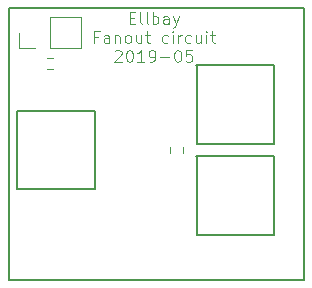
<source format=gto>
G04 #@! TF.GenerationSoftware,KiCad,Pcbnew,(5.0.1)-4*
G04 #@! TF.CreationDate,2019-05-31T15:51:02-07:00*
G04 #@! TF.ProjectId,Fanout_circuit,46616E6F75745F636972637569742E6B,rev?*
G04 #@! TF.SameCoordinates,Original*
G04 #@! TF.FileFunction,Legend,Top*
G04 #@! TF.FilePolarity,Positive*
%FSLAX46Y46*%
G04 Gerber Fmt 4.6, Leading zero omitted, Abs format (unit mm)*
G04 Created by KiCad (PCBNEW (5.0.1)-4) date 5/31/2019 3:51:02 PM*
%MOMM*%
%LPD*%
G01*
G04 APERTURE LIST*
%ADD10C,0.100000*%
%ADD11C,0.200000*%
%ADD12C,0.150000*%
%ADD13C,0.120000*%
G04 APERTURE END LIST*
D10*
X125251190Y-72803571D02*
X125584523Y-72803571D01*
X125727380Y-73327380D02*
X125251190Y-73327380D01*
X125251190Y-72327380D01*
X125727380Y-72327380D01*
X126298809Y-73327380D02*
X126203571Y-73279761D01*
X126155952Y-73184523D01*
X126155952Y-72327380D01*
X126822619Y-73327380D02*
X126727380Y-73279761D01*
X126679761Y-73184523D01*
X126679761Y-72327380D01*
X127203571Y-73327380D02*
X127203571Y-72327380D01*
X127203571Y-72708333D02*
X127298809Y-72660714D01*
X127489285Y-72660714D01*
X127584523Y-72708333D01*
X127632142Y-72755952D01*
X127679761Y-72851190D01*
X127679761Y-73136904D01*
X127632142Y-73232142D01*
X127584523Y-73279761D01*
X127489285Y-73327380D01*
X127298809Y-73327380D01*
X127203571Y-73279761D01*
X128536904Y-73327380D02*
X128536904Y-72803571D01*
X128489285Y-72708333D01*
X128394047Y-72660714D01*
X128203571Y-72660714D01*
X128108333Y-72708333D01*
X128536904Y-73279761D02*
X128441666Y-73327380D01*
X128203571Y-73327380D01*
X128108333Y-73279761D01*
X128060714Y-73184523D01*
X128060714Y-73089285D01*
X128108333Y-72994047D01*
X128203571Y-72946428D01*
X128441666Y-72946428D01*
X128536904Y-72898809D01*
X128917857Y-72660714D02*
X129155952Y-73327380D01*
X129394047Y-72660714D02*
X129155952Y-73327380D01*
X129060714Y-73565476D01*
X129013095Y-73613095D01*
X128917857Y-73660714D01*
X122560714Y-74403571D02*
X122227380Y-74403571D01*
X122227380Y-74927380D02*
X122227380Y-73927380D01*
X122703571Y-73927380D01*
X123513095Y-74927380D02*
X123513095Y-74403571D01*
X123465476Y-74308333D01*
X123370238Y-74260714D01*
X123179761Y-74260714D01*
X123084523Y-74308333D01*
X123513095Y-74879761D02*
X123417857Y-74927380D01*
X123179761Y-74927380D01*
X123084523Y-74879761D01*
X123036904Y-74784523D01*
X123036904Y-74689285D01*
X123084523Y-74594047D01*
X123179761Y-74546428D01*
X123417857Y-74546428D01*
X123513095Y-74498809D01*
X123989285Y-74260714D02*
X123989285Y-74927380D01*
X123989285Y-74355952D02*
X124036904Y-74308333D01*
X124132142Y-74260714D01*
X124275000Y-74260714D01*
X124370238Y-74308333D01*
X124417857Y-74403571D01*
X124417857Y-74927380D01*
X125036904Y-74927380D02*
X124941666Y-74879761D01*
X124894047Y-74832142D01*
X124846428Y-74736904D01*
X124846428Y-74451190D01*
X124894047Y-74355952D01*
X124941666Y-74308333D01*
X125036904Y-74260714D01*
X125179761Y-74260714D01*
X125275000Y-74308333D01*
X125322619Y-74355952D01*
X125370238Y-74451190D01*
X125370238Y-74736904D01*
X125322619Y-74832142D01*
X125275000Y-74879761D01*
X125179761Y-74927380D01*
X125036904Y-74927380D01*
X126227380Y-74260714D02*
X126227380Y-74927380D01*
X125798809Y-74260714D02*
X125798809Y-74784523D01*
X125846428Y-74879761D01*
X125941666Y-74927380D01*
X126084523Y-74927380D01*
X126179761Y-74879761D01*
X126227380Y-74832142D01*
X126560714Y-74260714D02*
X126941666Y-74260714D01*
X126703571Y-73927380D02*
X126703571Y-74784523D01*
X126751190Y-74879761D01*
X126846428Y-74927380D01*
X126941666Y-74927380D01*
X128465476Y-74879761D02*
X128370238Y-74927380D01*
X128179761Y-74927380D01*
X128084523Y-74879761D01*
X128036904Y-74832142D01*
X127989285Y-74736904D01*
X127989285Y-74451190D01*
X128036904Y-74355952D01*
X128084523Y-74308333D01*
X128179761Y-74260714D01*
X128370238Y-74260714D01*
X128465476Y-74308333D01*
X128894047Y-74927380D02*
X128894047Y-74260714D01*
X128894047Y-73927380D02*
X128846428Y-73975000D01*
X128894047Y-74022619D01*
X128941666Y-73975000D01*
X128894047Y-73927380D01*
X128894047Y-74022619D01*
X129370238Y-74927380D02*
X129370238Y-74260714D01*
X129370238Y-74451190D02*
X129417857Y-74355952D01*
X129465476Y-74308333D01*
X129560714Y-74260714D01*
X129655952Y-74260714D01*
X130417857Y-74879761D02*
X130322619Y-74927380D01*
X130132142Y-74927380D01*
X130036904Y-74879761D01*
X129989285Y-74832142D01*
X129941666Y-74736904D01*
X129941666Y-74451190D01*
X129989285Y-74355952D01*
X130036904Y-74308333D01*
X130132142Y-74260714D01*
X130322619Y-74260714D01*
X130417857Y-74308333D01*
X131275000Y-74260714D02*
X131275000Y-74927380D01*
X130846428Y-74260714D02*
X130846428Y-74784523D01*
X130894047Y-74879761D01*
X130989285Y-74927380D01*
X131132142Y-74927380D01*
X131227380Y-74879761D01*
X131275000Y-74832142D01*
X131751190Y-74927380D02*
X131751190Y-74260714D01*
X131751190Y-73927380D02*
X131703571Y-73975000D01*
X131751190Y-74022619D01*
X131798809Y-73975000D01*
X131751190Y-73927380D01*
X131751190Y-74022619D01*
X132084523Y-74260714D02*
X132465476Y-74260714D01*
X132227380Y-73927380D02*
X132227380Y-74784523D01*
X132275000Y-74879761D01*
X132370238Y-74927380D01*
X132465476Y-74927380D01*
X123989285Y-75622619D02*
X124036904Y-75575000D01*
X124132142Y-75527380D01*
X124370238Y-75527380D01*
X124465476Y-75575000D01*
X124513095Y-75622619D01*
X124560714Y-75717857D01*
X124560714Y-75813095D01*
X124513095Y-75955952D01*
X123941666Y-76527380D01*
X124560714Y-76527380D01*
X125179761Y-75527380D02*
X125275000Y-75527380D01*
X125370238Y-75575000D01*
X125417857Y-75622619D01*
X125465476Y-75717857D01*
X125513095Y-75908333D01*
X125513095Y-76146428D01*
X125465476Y-76336904D01*
X125417857Y-76432142D01*
X125370238Y-76479761D01*
X125275000Y-76527380D01*
X125179761Y-76527380D01*
X125084523Y-76479761D01*
X125036904Y-76432142D01*
X124989285Y-76336904D01*
X124941666Y-76146428D01*
X124941666Y-75908333D01*
X124989285Y-75717857D01*
X125036904Y-75622619D01*
X125084523Y-75575000D01*
X125179761Y-75527380D01*
X126465476Y-76527380D02*
X125894047Y-76527380D01*
X126179761Y-76527380D02*
X126179761Y-75527380D01*
X126084523Y-75670238D01*
X125989285Y-75765476D01*
X125894047Y-75813095D01*
X126941666Y-76527380D02*
X127132142Y-76527380D01*
X127227380Y-76479761D01*
X127275000Y-76432142D01*
X127370238Y-76289285D01*
X127417857Y-76098809D01*
X127417857Y-75717857D01*
X127370238Y-75622619D01*
X127322619Y-75575000D01*
X127227380Y-75527380D01*
X127036904Y-75527380D01*
X126941666Y-75575000D01*
X126894047Y-75622619D01*
X126846428Y-75717857D01*
X126846428Y-75955952D01*
X126894047Y-76051190D01*
X126941666Y-76098809D01*
X127036904Y-76146428D01*
X127227380Y-76146428D01*
X127322619Y-76098809D01*
X127370238Y-76051190D01*
X127417857Y-75955952D01*
X127846428Y-76146428D02*
X128608333Y-76146428D01*
X129275000Y-75527380D02*
X129370238Y-75527380D01*
X129465476Y-75575000D01*
X129513095Y-75622619D01*
X129560714Y-75717857D01*
X129608333Y-75908333D01*
X129608333Y-76146428D01*
X129560714Y-76336904D01*
X129513095Y-76432142D01*
X129465476Y-76479761D01*
X129370238Y-76527380D01*
X129275000Y-76527380D01*
X129179761Y-76479761D01*
X129132142Y-76432142D01*
X129084523Y-76336904D01*
X129036904Y-76146428D01*
X129036904Y-75908333D01*
X129084523Y-75717857D01*
X129132142Y-75622619D01*
X129179761Y-75575000D01*
X129275000Y-75527380D01*
X130513095Y-75527380D02*
X130036904Y-75527380D01*
X129989285Y-76003571D01*
X130036904Y-75955952D01*
X130132142Y-75908333D01*
X130370238Y-75908333D01*
X130465476Y-75955952D01*
X130513095Y-76003571D01*
X130560714Y-76098809D01*
X130560714Y-76336904D01*
X130513095Y-76432142D01*
X130465476Y-76479761D01*
X130370238Y-76527380D01*
X130132142Y-76527380D01*
X130036904Y-76479761D01*
X129989285Y-76432142D01*
D11*
X140000000Y-72000000D02*
X115000000Y-72000000D01*
X140000000Y-95000000D02*
X140000000Y-72000000D01*
X115000000Y-95000000D02*
X140000000Y-95000000D01*
X115000000Y-72000000D02*
X115000000Y-95000000D01*
D12*
G04 #@! TO.C,CON3*
X137490000Y-76840000D02*
X130890000Y-76840000D01*
X137490000Y-83480000D02*
X137490000Y-76840000D01*
X130910000Y-83480000D02*
X137490000Y-83480000D01*
X130910000Y-76830000D02*
X130910000Y-83480000D01*
D13*
G04 #@! TO.C,J3*
X115920000Y-75380000D02*
X115920000Y-74050000D01*
X117250000Y-75380000D02*
X115920000Y-75380000D01*
X118520000Y-75380000D02*
X118520000Y-72720000D01*
X118520000Y-72720000D02*
X121120000Y-72720000D01*
X118520000Y-75380000D02*
X121120000Y-75380000D01*
X121120000Y-75380000D02*
X121120000Y-72720000D01*
D12*
G04 #@! TO.C,CON2*
X130910000Y-84530000D02*
X130910000Y-91180000D01*
X130910000Y-91180000D02*
X137490000Y-91180000D01*
X137490000Y-91180000D02*
X137490000Y-84540000D01*
X137490000Y-84540000D02*
X130890000Y-84540000D01*
G04 #@! TO.C,CON1*
X115710000Y-80680000D02*
X115710000Y-87330000D01*
X115710000Y-87330000D02*
X122290000Y-87330000D01*
X122290000Y-87330000D02*
X122290000Y-80690000D01*
X122290000Y-80690000D02*
X115690000Y-80690000D01*
D13*
G04 #@! TO.C,R1*
X129730000Y-84250000D02*
X129730000Y-83750000D01*
X128670000Y-83750000D02*
X128670000Y-84250000D01*
G04 #@! TO.C,C1*
X118225000Y-77145000D02*
X118725000Y-77145000D01*
X118725000Y-76205000D02*
X118225000Y-76205000D01*
G04 #@! TD*
M02*

</source>
